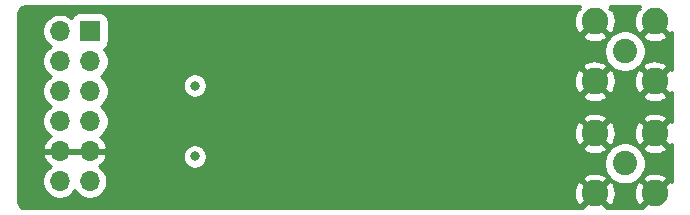
<source format=gbr>
G04 #@! TF.GenerationSoftware,KiCad,Pcbnew,5.1.10-1.fc33*
G04 #@! TF.CreationDate,2021-10-10T14:47:09-05:00*
G04 #@! TF.ProjectId,lvds_pmod,6c766473-5f70-46d6-9f64-2e6b69636164,A*
G04 #@! TF.SameCoordinates,Original*
G04 #@! TF.FileFunction,Copper,L2,Inr*
G04 #@! TF.FilePolarity,Positive*
%FSLAX46Y46*%
G04 Gerber Fmt 4.6, Leading zero omitted, Abs format (unit mm)*
G04 Created by KiCad (PCBNEW 5.1.10-1.fc33) date 2021-10-10 14:47:09*
%MOMM*%
%LPD*%
G01*
G04 APERTURE LIST*
G04 #@! TA.AperFunction,ComponentPad*
%ADD10C,2.250000*%
G04 #@! TD*
G04 #@! TA.AperFunction,ComponentPad*
%ADD11C,2.050000*%
G04 #@! TD*
G04 #@! TA.AperFunction,ComponentPad*
%ADD12O,1.700000X1.700000*%
G04 #@! TD*
G04 #@! TA.AperFunction,ComponentPad*
%ADD13R,1.700000X1.700000*%
G04 #@! TD*
G04 #@! TA.AperFunction,ViaPad*
%ADD14C,0.800000*%
G04 #@! TD*
G04 #@! TA.AperFunction,Conductor*
%ADD15C,0.254000*%
G04 #@! TD*
G04 #@! TA.AperFunction,Conductor*
%ADD16C,0.100000*%
G04 #@! TD*
G04 APERTURE END LIST*
D10*
X173960000Y-99040000D03*
X173960000Y-93960000D03*
X179040000Y-93960000D03*
X179040000Y-99040000D03*
D11*
X176500000Y-96500000D03*
D10*
X173960000Y-89540000D03*
X173960000Y-84460000D03*
X179040000Y-84460000D03*
X179040000Y-89540000D03*
D11*
X176500000Y-87000000D03*
D12*
X128660000Y-98005000D03*
X131200000Y-98005000D03*
X128660000Y-95465000D03*
X131200000Y-95465000D03*
X128660000Y-92925000D03*
X131200000Y-92925000D03*
X128660000Y-90385000D03*
X131200000Y-90385000D03*
X128660000Y-87845000D03*
X131200000Y-87845000D03*
X128660000Y-85305000D03*
D13*
X131200000Y-85305000D03*
D14*
X140087500Y-89912500D03*
X140087500Y-95912500D03*
X137250000Y-96000000D03*
X137250000Y-90000000D03*
X144750000Y-95750000D03*
X144750000Y-89750000D03*
X154000000Y-91500000D03*
X157000000Y-91500000D03*
X160000000Y-91500000D03*
X163000000Y-91500000D03*
X166000000Y-91500000D03*
X169000000Y-91500000D03*
X140000000Y-99500000D03*
X143000000Y-99500000D03*
X146000000Y-99500000D03*
D15*
X172620101Y-83299709D02*
X172735467Y-83415075D01*
X172458286Y-83525921D01*
X172304911Y-83836840D01*
X172215140Y-84171705D01*
X172192424Y-84517650D01*
X172237634Y-84861380D01*
X172349034Y-85189685D01*
X172458286Y-85394079D01*
X172735469Y-85504926D01*
X173780395Y-84460000D01*
X173766253Y-84445858D01*
X173945858Y-84266253D01*
X173960000Y-84280395D01*
X173974143Y-84266253D01*
X174153748Y-84445858D01*
X174139605Y-84460000D01*
X175184531Y-85504926D01*
X175461714Y-85394079D01*
X175615089Y-85083160D01*
X175704860Y-84748295D01*
X175727576Y-84402350D01*
X175682366Y-84058620D01*
X175570966Y-83730315D01*
X175461714Y-83525921D01*
X175184533Y-83415075D01*
X175299899Y-83299709D01*
X175210190Y-83210000D01*
X177789810Y-83210000D01*
X177700101Y-83299709D01*
X177815467Y-83415075D01*
X177538286Y-83525921D01*
X177384911Y-83836840D01*
X177295140Y-84171705D01*
X177272424Y-84517650D01*
X177317634Y-84861380D01*
X177429034Y-85189685D01*
X177538286Y-85394079D01*
X177815469Y-85504926D01*
X178860395Y-84460000D01*
X178846253Y-84445858D01*
X179025858Y-84266253D01*
X179040000Y-84280395D01*
X179054143Y-84266253D01*
X179233748Y-84445858D01*
X179219605Y-84460000D01*
X180264531Y-85504926D01*
X180535001Y-85396764D01*
X180535001Y-88603236D01*
X180264531Y-88495074D01*
X179219605Y-89540000D01*
X180264531Y-90584926D01*
X180535001Y-90476764D01*
X180535000Y-93023236D01*
X180264531Y-92915074D01*
X179219605Y-93960000D01*
X180264531Y-95004926D01*
X180535000Y-94896764D01*
X180535000Y-98103236D01*
X180264531Y-97995074D01*
X179219605Y-99040000D01*
X179233748Y-99054143D01*
X179054143Y-99233748D01*
X179040000Y-99219605D01*
X177995074Y-100264531D01*
X178011258Y-100305000D01*
X174988742Y-100305000D01*
X175004926Y-100264531D01*
X173960000Y-99219605D01*
X172915074Y-100264531D01*
X172931258Y-100305000D01*
X125762279Y-100305000D01*
X125612131Y-100290278D01*
X125498754Y-100256047D01*
X125394183Y-100200446D01*
X125302405Y-100125594D01*
X125226909Y-100034335D01*
X125170581Y-99930160D01*
X125135560Y-99817024D01*
X125120000Y-99668979D01*
X125120000Y-97858740D01*
X127175000Y-97858740D01*
X127175000Y-98151260D01*
X127232068Y-98438158D01*
X127344010Y-98708411D01*
X127506525Y-98951632D01*
X127713368Y-99158475D01*
X127956589Y-99320990D01*
X128226842Y-99432932D01*
X128513740Y-99490000D01*
X128806260Y-99490000D01*
X129093158Y-99432932D01*
X129363411Y-99320990D01*
X129606632Y-99158475D01*
X129813475Y-98951632D01*
X129930000Y-98777240D01*
X130046525Y-98951632D01*
X130253368Y-99158475D01*
X130496589Y-99320990D01*
X130766842Y-99432932D01*
X131053740Y-99490000D01*
X131346260Y-99490000D01*
X131633158Y-99432932D01*
X131903411Y-99320990D01*
X132146632Y-99158475D01*
X132207457Y-99097650D01*
X172192424Y-99097650D01*
X172237634Y-99441380D01*
X172349034Y-99769685D01*
X172458286Y-99974079D01*
X172735469Y-100084926D01*
X173780395Y-99040000D01*
X174139605Y-99040000D01*
X175184531Y-100084926D01*
X175461714Y-99974079D01*
X175615089Y-99663160D01*
X175704860Y-99328295D01*
X175720004Y-99097650D01*
X177272424Y-99097650D01*
X177317634Y-99441380D01*
X177429034Y-99769685D01*
X177538286Y-99974079D01*
X177815469Y-100084926D01*
X178860395Y-99040000D01*
X177815469Y-97995074D01*
X177538286Y-98105921D01*
X177384911Y-98416840D01*
X177295140Y-98751705D01*
X177272424Y-99097650D01*
X175720004Y-99097650D01*
X175727576Y-98982350D01*
X175682366Y-98638620D01*
X175570966Y-98310315D01*
X175461714Y-98105921D01*
X175184531Y-97995074D01*
X174139605Y-99040000D01*
X173780395Y-99040000D01*
X172735469Y-97995074D01*
X172458286Y-98105921D01*
X172304911Y-98416840D01*
X172215140Y-98751705D01*
X172192424Y-99097650D01*
X132207457Y-99097650D01*
X132353475Y-98951632D01*
X132515990Y-98708411D01*
X132627932Y-98438158D01*
X132685000Y-98151260D01*
X132685000Y-97858740D01*
X132676393Y-97815469D01*
X172915074Y-97815469D01*
X173960000Y-98860395D01*
X175004926Y-97815469D01*
X174894079Y-97538286D01*
X174583160Y-97384911D01*
X174248295Y-97295140D01*
X173902350Y-97272424D01*
X173558620Y-97317634D01*
X173230315Y-97429034D01*
X173025921Y-97538286D01*
X172915074Y-97815469D01*
X132676393Y-97815469D01*
X132627932Y-97571842D01*
X132515990Y-97301589D01*
X132353475Y-97058368D01*
X132146632Y-96851525D01*
X131964466Y-96729805D01*
X132081355Y-96660178D01*
X132297588Y-96465269D01*
X132471641Y-96231920D01*
X132596825Y-95969099D01*
X132641476Y-95821890D01*
X132635498Y-95810561D01*
X139052500Y-95810561D01*
X139052500Y-96014439D01*
X139092274Y-96214398D01*
X139170295Y-96402756D01*
X139283563Y-96572274D01*
X139427726Y-96716437D01*
X139597244Y-96829705D01*
X139785602Y-96907726D01*
X139985561Y-96947500D01*
X140189439Y-96947500D01*
X140389398Y-96907726D01*
X140577756Y-96829705D01*
X140747274Y-96716437D01*
X140891437Y-96572274D01*
X141004705Y-96402756D01*
X141036716Y-96325473D01*
X174728000Y-96325473D01*
X174728000Y-96674527D01*
X174796097Y-97016873D01*
X174929674Y-97339357D01*
X175123598Y-97629584D01*
X175370416Y-97876402D01*
X175660643Y-98070326D01*
X175983127Y-98203903D01*
X176325473Y-98272000D01*
X176674527Y-98272000D01*
X177016873Y-98203903D01*
X177339357Y-98070326D01*
X177629584Y-97876402D01*
X177690517Y-97815469D01*
X177995074Y-97815469D01*
X179040000Y-98860395D01*
X180084926Y-97815469D01*
X179974079Y-97538286D01*
X179663160Y-97384911D01*
X179328295Y-97295140D01*
X178982350Y-97272424D01*
X178638620Y-97317634D01*
X178310315Y-97429034D01*
X178105921Y-97538286D01*
X177995074Y-97815469D01*
X177690517Y-97815469D01*
X177876402Y-97629584D01*
X178070326Y-97339357D01*
X178203903Y-97016873D01*
X178272000Y-96674527D01*
X178272000Y-96325473D01*
X178203903Y-95983127D01*
X178070326Y-95660643D01*
X177876402Y-95370416D01*
X177690517Y-95184531D01*
X177995074Y-95184531D01*
X178105921Y-95461714D01*
X178416840Y-95615089D01*
X178751705Y-95704860D01*
X179097650Y-95727576D01*
X179441380Y-95682366D01*
X179769685Y-95570966D01*
X179974079Y-95461714D01*
X180084926Y-95184531D01*
X179040000Y-94139605D01*
X177995074Y-95184531D01*
X177690517Y-95184531D01*
X177629584Y-95123598D01*
X177339357Y-94929674D01*
X177016873Y-94796097D01*
X176674527Y-94728000D01*
X176325473Y-94728000D01*
X175983127Y-94796097D01*
X175660643Y-94929674D01*
X175370416Y-95123598D01*
X175123598Y-95370416D01*
X174929674Y-95660643D01*
X174796097Y-95983127D01*
X174728000Y-96325473D01*
X141036716Y-96325473D01*
X141082726Y-96214398D01*
X141122500Y-96014439D01*
X141122500Y-95810561D01*
X141082726Y-95610602D01*
X141004705Y-95422244D01*
X140891437Y-95252726D01*
X140823242Y-95184531D01*
X172915074Y-95184531D01*
X173025921Y-95461714D01*
X173336840Y-95615089D01*
X173671705Y-95704860D01*
X174017650Y-95727576D01*
X174361380Y-95682366D01*
X174689685Y-95570966D01*
X174894079Y-95461714D01*
X175004926Y-95184531D01*
X173960000Y-94139605D01*
X172915074Y-95184531D01*
X140823242Y-95184531D01*
X140747274Y-95108563D01*
X140577756Y-94995295D01*
X140389398Y-94917274D01*
X140189439Y-94877500D01*
X139985561Y-94877500D01*
X139785602Y-94917274D01*
X139597244Y-94995295D01*
X139427726Y-95108563D01*
X139283563Y-95252726D01*
X139170295Y-95422244D01*
X139092274Y-95610602D01*
X139052500Y-95810561D01*
X132635498Y-95810561D01*
X132520155Y-95592000D01*
X131327000Y-95592000D01*
X131327000Y-95612000D01*
X131073000Y-95612000D01*
X131073000Y-95592000D01*
X128787000Y-95592000D01*
X128787000Y-95612000D01*
X128533000Y-95612000D01*
X128533000Y-95592000D01*
X127339845Y-95592000D01*
X127218524Y-95821890D01*
X127263175Y-95969099D01*
X127388359Y-96231920D01*
X127562412Y-96465269D01*
X127778645Y-96660178D01*
X127895534Y-96729805D01*
X127713368Y-96851525D01*
X127506525Y-97058368D01*
X127344010Y-97301589D01*
X127232068Y-97571842D01*
X127175000Y-97858740D01*
X125120000Y-97858740D01*
X125120000Y-85158740D01*
X127175000Y-85158740D01*
X127175000Y-85451260D01*
X127232068Y-85738158D01*
X127344010Y-86008411D01*
X127506525Y-86251632D01*
X127713368Y-86458475D01*
X127887760Y-86575000D01*
X127713368Y-86691525D01*
X127506525Y-86898368D01*
X127344010Y-87141589D01*
X127232068Y-87411842D01*
X127175000Y-87698740D01*
X127175000Y-87991260D01*
X127232068Y-88278158D01*
X127344010Y-88548411D01*
X127506525Y-88791632D01*
X127713368Y-88998475D01*
X127887760Y-89115000D01*
X127713368Y-89231525D01*
X127506525Y-89438368D01*
X127344010Y-89681589D01*
X127232068Y-89951842D01*
X127175000Y-90238740D01*
X127175000Y-90531260D01*
X127232068Y-90818158D01*
X127344010Y-91088411D01*
X127506525Y-91331632D01*
X127713368Y-91538475D01*
X127887760Y-91655000D01*
X127713368Y-91771525D01*
X127506525Y-91978368D01*
X127344010Y-92221589D01*
X127232068Y-92491842D01*
X127175000Y-92778740D01*
X127175000Y-93071260D01*
X127232068Y-93358158D01*
X127344010Y-93628411D01*
X127506525Y-93871632D01*
X127713368Y-94078475D01*
X127895534Y-94200195D01*
X127778645Y-94269822D01*
X127562412Y-94464731D01*
X127388359Y-94698080D01*
X127263175Y-94960901D01*
X127218524Y-95108110D01*
X127339845Y-95338000D01*
X128533000Y-95338000D01*
X128533000Y-95318000D01*
X128787000Y-95318000D01*
X128787000Y-95338000D01*
X131073000Y-95338000D01*
X131073000Y-95318000D01*
X131327000Y-95318000D01*
X131327000Y-95338000D01*
X132520155Y-95338000D01*
X132641476Y-95108110D01*
X132596825Y-94960901D01*
X132471641Y-94698080D01*
X132297588Y-94464731D01*
X132081355Y-94269822D01*
X132071046Y-94263681D01*
X132218028Y-94165471D01*
X132365849Y-94017650D01*
X172192424Y-94017650D01*
X172237634Y-94361380D01*
X172349034Y-94689685D01*
X172458286Y-94894079D01*
X172735469Y-95004926D01*
X173780395Y-93960000D01*
X174139605Y-93960000D01*
X175184531Y-95004926D01*
X175461714Y-94894079D01*
X175615089Y-94583160D01*
X175704860Y-94248295D01*
X175720004Y-94017650D01*
X177272424Y-94017650D01*
X177317634Y-94361380D01*
X177429034Y-94689685D01*
X177538286Y-94894079D01*
X177815469Y-95004926D01*
X178860395Y-93960000D01*
X177815469Y-92915074D01*
X177538286Y-93025921D01*
X177384911Y-93336840D01*
X177295140Y-93671705D01*
X177272424Y-94017650D01*
X175720004Y-94017650D01*
X175727576Y-93902350D01*
X175682366Y-93558620D01*
X175570966Y-93230315D01*
X175461714Y-93025921D01*
X175184531Y-92915074D01*
X174139605Y-93960000D01*
X173780395Y-93960000D01*
X172735469Y-92915074D01*
X172458286Y-93025921D01*
X172304911Y-93336840D01*
X172215140Y-93671705D01*
X172192424Y-94017650D01*
X132365849Y-94017650D01*
X132440471Y-93943028D01*
X132615243Y-93681463D01*
X132735628Y-93390828D01*
X132797000Y-93082291D01*
X132797000Y-92767709D01*
X132790588Y-92735469D01*
X172915074Y-92735469D01*
X173960000Y-93780395D01*
X175004926Y-92735469D01*
X177995074Y-92735469D01*
X179040000Y-93780395D01*
X180084926Y-92735469D01*
X179974079Y-92458286D01*
X179663160Y-92304911D01*
X179328295Y-92215140D01*
X178982350Y-92192424D01*
X178638620Y-92237634D01*
X178310315Y-92349034D01*
X178105921Y-92458286D01*
X177995074Y-92735469D01*
X175004926Y-92735469D01*
X174894079Y-92458286D01*
X174583160Y-92304911D01*
X174248295Y-92215140D01*
X173902350Y-92192424D01*
X173558620Y-92237634D01*
X173230315Y-92349034D01*
X173025921Y-92458286D01*
X172915074Y-92735469D01*
X132790588Y-92735469D01*
X132735628Y-92459172D01*
X132615243Y-92168537D01*
X132440471Y-91906972D01*
X132218028Y-91684529D01*
X132173835Y-91655000D01*
X132218028Y-91625471D01*
X132440471Y-91403028D01*
X132615243Y-91141463D01*
X132735628Y-90850828D01*
X132797000Y-90542291D01*
X132797000Y-90227709D01*
X132735628Y-89919172D01*
X132690640Y-89810561D01*
X139052500Y-89810561D01*
X139052500Y-90014439D01*
X139092274Y-90214398D01*
X139170295Y-90402756D01*
X139283563Y-90572274D01*
X139427726Y-90716437D01*
X139597244Y-90829705D01*
X139785602Y-90907726D01*
X139985561Y-90947500D01*
X140189439Y-90947500D01*
X140389398Y-90907726D01*
X140577756Y-90829705D01*
X140675296Y-90764531D01*
X172915074Y-90764531D01*
X173025921Y-91041714D01*
X173336840Y-91195089D01*
X173671705Y-91284860D01*
X174017650Y-91307576D01*
X174361380Y-91262366D01*
X174689685Y-91150966D01*
X174894079Y-91041714D01*
X175004926Y-90764531D01*
X177995074Y-90764531D01*
X178105921Y-91041714D01*
X178416840Y-91195089D01*
X178751705Y-91284860D01*
X179097650Y-91307576D01*
X179441380Y-91262366D01*
X179769685Y-91150966D01*
X179974079Y-91041714D01*
X180084926Y-90764531D01*
X179040000Y-89719605D01*
X177995074Y-90764531D01*
X175004926Y-90764531D01*
X173960000Y-89719605D01*
X172915074Y-90764531D01*
X140675296Y-90764531D01*
X140747274Y-90716437D01*
X140891437Y-90572274D01*
X141004705Y-90402756D01*
X141082726Y-90214398D01*
X141122500Y-90014439D01*
X141122500Y-89810561D01*
X141082726Y-89610602D01*
X141077362Y-89597650D01*
X172192424Y-89597650D01*
X172237634Y-89941380D01*
X172349034Y-90269685D01*
X172458286Y-90474079D01*
X172735469Y-90584926D01*
X173780395Y-89540000D01*
X174139605Y-89540000D01*
X175184531Y-90584926D01*
X175461714Y-90474079D01*
X175615089Y-90163160D01*
X175704860Y-89828295D01*
X175720004Y-89597650D01*
X177272424Y-89597650D01*
X177317634Y-89941380D01*
X177429034Y-90269685D01*
X177538286Y-90474079D01*
X177815469Y-90584926D01*
X178860395Y-89540000D01*
X177815469Y-88495074D01*
X177538286Y-88605921D01*
X177384911Y-88916840D01*
X177295140Y-89251705D01*
X177272424Y-89597650D01*
X175720004Y-89597650D01*
X175727576Y-89482350D01*
X175682366Y-89138620D01*
X175570966Y-88810315D01*
X175461714Y-88605921D01*
X175184531Y-88495074D01*
X174139605Y-89540000D01*
X173780395Y-89540000D01*
X172735469Y-88495074D01*
X172458286Y-88605921D01*
X172304911Y-88916840D01*
X172215140Y-89251705D01*
X172192424Y-89597650D01*
X141077362Y-89597650D01*
X141004705Y-89422244D01*
X140891437Y-89252726D01*
X140747274Y-89108563D01*
X140577756Y-88995295D01*
X140389398Y-88917274D01*
X140189439Y-88877500D01*
X139985561Y-88877500D01*
X139785602Y-88917274D01*
X139597244Y-88995295D01*
X139427726Y-89108563D01*
X139283563Y-89252726D01*
X139170295Y-89422244D01*
X139092274Y-89610602D01*
X139052500Y-89810561D01*
X132690640Y-89810561D01*
X132615243Y-89628537D01*
X132440471Y-89366972D01*
X132218028Y-89144529D01*
X132173835Y-89115000D01*
X132218028Y-89085471D01*
X132440471Y-88863028D01*
X132615243Y-88601463D01*
X132733705Y-88315469D01*
X172915074Y-88315469D01*
X173960000Y-89360395D01*
X175004926Y-88315469D01*
X174894079Y-88038286D01*
X174583160Y-87884911D01*
X174248295Y-87795140D01*
X173902350Y-87772424D01*
X173558620Y-87817634D01*
X173230315Y-87929034D01*
X173025921Y-88038286D01*
X172915074Y-88315469D01*
X132733705Y-88315469D01*
X132735628Y-88310828D01*
X132797000Y-88002291D01*
X132797000Y-87687709D01*
X132735628Y-87379172D01*
X132615243Y-87088537D01*
X132440471Y-86826972D01*
X132438972Y-86825473D01*
X174728000Y-86825473D01*
X174728000Y-87174527D01*
X174796097Y-87516873D01*
X174929674Y-87839357D01*
X175123598Y-88129584D01*
X175370416Y-88376402D01*
X175660643Y-88570326D01*
X175983127Y-88703903D01*
X176325473Y-88772000D01*
X176674527Y-88772000D01*
X177016873Y-88703903D01*
X177339357Y-88570326D01*
X177629584Y-88376402D01*
X177690517Y-88315469D01*
X177995074Y-88315469D01*
X179040000Y-89360395D01*
X180084926Y-88315469D01*
X179974079Y-88038286D01*
X179663160Y-87884911D01*
X179328295Y-87795140D01*
X178982350Y-87772424D01*
X178638620Y-87817634D01*
X178310315Y-87929034D01*
X178105921Y-88038286D01*
X177995074Y-88315469D01*
X177690517Y-88315469D01*
X177876402Y-88129584D01*
X178070326Y-87839357D01*
X178203903Y-87516873D01*
X178272000Y-87174527D01*
X178272000Y-86825473D01*
X178203903Y-86483127D01*
X178070326Y-86160643D01*
X177876402Y-85870416D01*
X177690517Y-85684531D01*
X177995074Y-85684531D01*
X178105921Y-85961714D01*
X178416840Y-86115089D01*
X178751705Y-86204860D01*
X179097650Y-86227576D01*
X179441380Y-86182366D01*
X179769685Y-86070966D01*
X179974079Y-85961714D01*
X180084926Y-85684531D01*
X179040000Y-84639605D01*
X177995074Y-85684531D01*
X177690517Y-85684531D01*
X177629584Y-85623598D01*
X177339357Y-85429674D01*
X177016873Y-85296097D01*
X176674527Y-85228000D01*
X176325473Y-85228000D01*
X175983127Y-85296097D01*
X175660643Y-85429674D01*
X175370416Y-85623598D01*
X175123598Y-85870416D01*
X174929674Y-86160643D01*
X174796097Y-86483127D01*
X174728000Y-86825473D01*
X132438972Y-86825473D01*
X132418530Y-86805031D01*
X132467019Y-86779113D01*
X132580764Y-86685764D01*
X132674113Y-86572019D01*
X132743477Y-86442248D01*
X132786191Y-86301438D01*
X132800614Y-86155000D01*
X132800614Y-85684531D01*
X172915074Y-85684531D01*
X173025921Y-85961714D01*
X173336840Y-86115089D01*
X173671705Y-86204860D01*
X174017650Y-86227576D01*
X174361380Y-86182366D01*
X174689685Y-86070966D01*
X174894079Y-85961714D01*
X175004926Y-85684531D01*
X173960000Y-84639605D01*
X172915074Y-85684531D01*
X132800614Y-85684531D01*
X132800614Y-84455000D01*
X132786191Y-84308562D01*
X132743477Y-84167752D01*
X132674113Y-84037981D01*
X132580764Y-83924236D01*
X132467019Y-83830887D01*
X132337248Y-83761523D01*
X132196438Y-83718809D01*
X132050000Y-83704386D01*
X130350000Y-83704386D01*
X130203562Y-83718809D01*
X130062752Y-83761523D01*
X129932981Y-83830887D01*
X129819236Y-83924236D01*
X129725887Y-84037981D01*
X129656523Y-84167752D01*
X129648688Y-84193581D01*
X129606632Y-84151525D01*
X129363411Y-83989010D01*
X129093158Y-83877068D01*
X128806260Y-83820000D01*
X128513740Y-83820000D01*
X128226842Y-83877068D01*
X127956589Y-83989010D01*
X127713368Y-84151525D01*
X127506525Y-84358368D01*
X127344010Y-84601589D01*
X127232068Y-84871842D01*
X127175000Y-85158740D01*
X125120000Y-85158740D01*
X125120000Y-83852279D01*
X125134722Y-83702131D01*
X125168953Y-83588754D01*
X125224555Y-83484181D01*
X125299407Y-83392404D01*
X125390664Y-83316909D01*
X125494844Y-83260581D01*
X125607976Y-83225560D01*
X125756022Y-83210000D01*
X172709810Y-83210000D01*
X172620101Y-83299709D01*
G04 #@! TA.AperFunction,Conductor*
D16*
G36*
X172620101Y-83299709D02*
G01*
X172735467Y-83415075D01*
X172458286Y-83525921D01*
X172304911Y-83836840D01*
X172215140Y-84171705D01*
X172192424Y-84517650D01*
X172237634Y-84861380D01*
X172349034Y-85189685D01*
X172458286Y-85394079D01*
X172735469Y-85504926D01*
X173780395Y-84460000D01*
X173766253Y-84445858D01*
X173945858Y-84266253D01*
X173960000Y-84280395D01*
X173974143Y-84266253D01*
X174153748Y-84445858D01*
X174139605Y-84460000D01*
X175184531Y-85504926D01*
X175461714Y-85394079D01*
X175615089Y-85083160D01*
X175704860Y-84748295D01*
X175727576Y-84402350D01*
X175682366Y-84058620D01*
X175570966Y-83730315D01*
X175461714Y-83525921D01*
X175184533Y-83415075D01*
X175299899Y-83299709D01*
X175210190Y-83210000D01*
X177789810Y-83210000D01*
X177700101Y-83299709D01*
X177815467Y-83415075D01*
X177538286Y-83525921D01*
X177384911Y-83836840D01*
X177295140Y-84171705D01*
X177272424Y-84517650D01*
X177317634Y-84861380D01*
X177429034Y-85189685D01*
X177538286Y-85394079D01*
X177815469Y-85504926D01*
X178860395Y-84460000D01*
X178846253Y-84445858D01*
X179025858Y-84266253D01*
X179040000Y-84280395D01*
X179054143Y-84266253D01*
X179233748Y-84445858D01*
X179219605Y-84460000D01*
X180264531Y-85504926D01*
X180535001Y-85396764D01*
X180535001Y-88603236D01*
X180264531Y-88495074D01*
X179219605Y-89540000D01*
X180264531Y-90584926D01*
X180535001Y-90476764D01*
X180535000Y-93023236D01*
X180264531Y-92915074D01*
X179219605Y-93960000D01*
X180264531Y-95004926D01*
X180535000Y-94896764D01*
X180535000Y-98103236D01*
X180264531Y-97995074D01*
X179219605Y-99040000D01*
X179233748Y-99054143D01*
X179054143Y-99233748D01*
X179040000Y-99219605D01*
X177995074Y-100264531D01*
X178011258Y-100305000D01*
X174988742Y-100305000D01*
X175004926Y-100264531D01*
X173960000Y-99219605D01*
X172915074Y-100264531D01*
X172931258Y-100305000D01*
X125762279Y-100305000D01*
X125612131Y-100290278D01*
X125498754Y-100256047D01*
X125394183Y-100200446D01*
X125302405Y-100125594D01*
X125226909Y-100034335D01*
X125170581Y-99930160D01*
X125135560Y-99817024D01*
X125120000Y-99668979D01*
X125120000Y-97858740D01*
X127175000Y-97858740D01*
X127175000Y-98151260D01*
X127232068Y-98438158D01*
X127344010Y-98708411D01*
X127506525Y-98951632D01*
X127713368Y-99158475D01*
X127956589Y-99320990D01*
X128226842Y-99432932D01*
X128513740Y-99490000D01*
X128806260Y-99490000D01*
X129093158Y-99432932D01*
X129363411Y-99320990D01*
X129606632Y-99158475D01*
X129813475Y-98951632D01*
X129930000Y-98777240D01*
X130046525Y-98951632D01*
X130253368Y-99158475D01*
X130496589Y-99320990D01*
X130766842Y-99432932D01*
X131053740Y-99490000D01*
X131346260Y-99490000D01*
X131633158Y-99432932D01*
X131903411Y-99320990D01*
X132146632Y-99158475D01*
X132207457Y-99097650D01*
X172192424Y-99097650D01*
X172237634Y-99441380D01*
X172349034Y-99769685D01*
X172458286Y-99974079D01*
X172735469Y-100084926D01*
X173780395Y-99040000D01*
X174139605Y-99040000D01*
X175184531Y-100084926D01*
X175461714Y-99974079D01*
X175615089Y-99663160D01*
X175704860Y-99328295D01*
X175720004Y-99097650D01*
X177272424Y-99097650D01*
X177317634Y-99441380D01*
X177429034Y-99769685D01*
X177538286Y-99974079D01*
X177815469Y-100084926D01*
X178860395Y-99040000D01*
X177815469Y-97995074D01*
X177538286Y-98105921D01*
X177384911Y-98416840D01*
X177295140Y-98751705D01*
X177272424Y-99097650D01*
X175720004Y-99097650D01*
X175727576Y-98982350D01*
X175682366Y-98638620D01*
X175570966Y-98310315D01*
X175461714Y-98105921D01*
X175184531Y-97995074D01*
X174139605Y-99040000D01*
X173780395Y-99040000D01*
X172735469Y-97995074D01*
X172458286Y-98105921D01*
X172304911Y-98416840D01*
X172215140Y-98751705D01*
X172192424Y-99097650D01*
X132207457Y-99097650D01*
X132353475Y-98951632D01*
X132515990Y-98708411D01*
X132627932Y-98438158D01*
X132685000Y-98151260D01*
X132685000Y-97858740D01*
X132676393Y-97815469D01*
X172915074Y-97815469D01*
X173960000Y-98860395D01*
X175004926Y-97815469D01*
X174894079Y-97538286D01*
X174583160Y-97384911D01*
X174248295Y-97295140D01*
X173902350Y-97272424D01*
X173558620Y-97317634D01*
X173230315Y-97429034D01*
X173025921Y-97538286D01*
X172915074Y-97815469D01*
X132676393Y-97815469D01*
X132627932Y-97571842D01*
X132515990Y-97301589D01*
X132353475Y-97058368D01*
X132146632Y-96851525D01*
X131964466Y-96729805D01*
X132081355Y-96660178D01*
X132297588Y-96465269D01*
X132471641Y-96231920D01*
X132596825Y-95969099D01*
X132641476Y-95821890D01*
X132635498Y-95810561D01*
X139052500Y-95810561D01*
X139052500Y-96014439D01*
X139092274Y-96214398D01*
X139170295Y-96402756D01*
X139283563Y-96572274D01*
X139427726Y-96716437D01*
X139597244Y-96829705D01*
X139785602Y-96907726D01*
X139985561Y-96947500D01*
X140189439Y-96947500D01*
X140389398Y-96907726D01*
X140577756Y-96829705D01*
X140747274Y-96716437D01*
X140891437Y-96572274D01*
X141004705Y-96402756D01*
X141036716Y-96325473D01*
X174728000Y-96325473D01*
X174728000Y-96674527D01*
X174796097Y-97016873D01*
X174929674Y-97339357D01*
X175123598Y-97629584D01*
X175370416Y-97876402D01*
X175660643Y-98070326D01*
X175983127Y-98203903D01*
X176325473Y-98272000D01*
X176674527Y-98272000D01*
X177016873Y-98203903D01*
X177339357Y-98070326D01*
X177629584Y-97876402D01*
X177690517Y-97815469D01*
X177995074Y-97815469D01*
X179040000Y-98860395D01*
X180084926Y-97815469D01*
X179974079Y-97538286D01*
X179663160Y-97384911D01*
X179328295Y-97295140D01*
X178982350Y-97272424D01*
X178638620Y-97317634D01*
X178310315Y-97429034D01*
X178105921Y-97538286D01*
X177995074Y-97815469D01*
X177690517Y-97815469D01*
X177876402Y-97629584D01*
X178070326Y-97339357D01*
X178203903Y-97016873D01*
X178272000Y-96674527D01*
X178272000Y-96325473D01*
X178203903Y-95983127D01*
X178070326Y-95660643D01*
X177876402Y-95370416D01*
X177690517Y-95184531D01*
X177995074Y-95184531D01*
X178105921Y-95461714D01*
X178416840Y-95615089D01*
X178751705Y-95704860D01*
X179097650Y-95727576D01*
X179441380Y-95682366D01*
X179769685Y-95570966D01*
X179974079Y-95461714D01*
X180084926Y-95184531D01*
X179040000Y-94139605D01*
X177995074Y-95184531D01*
X177690517Y-95184531D01*
X177629584Y-95123598D01*
X177339357Y-94929674D01*
X177016873Y-94796097D01*
X176674527Y-94728000D01*
X176325473Y-94728000D01*
X175983127Y-94796097D01*
X175660643Y-94929674D01*
X175370416Y-95123598D01*
X175123598Y-95370416D01*
X174929674Y-95660643D01*
X174796097Y-95983127D01*
X174728000Y-96325473D01*
X141036716Y-96325473D01*
X141082726Y-96214398D01*
X141122500Y-96014439D01*
X141122500Y-95810561D01*
X141082726Y-95610602D01*
X141004705Y-95422244D01*
X140891437Y-95252726D01*
X140823242Y-95184531D01*
X172915074Y-95184531D01*
X173025921Y-95461714D01*
X173336840Y-95615089D01*
X173671705Y-95704860D01*
X174017650Y-95727576D01*
X174361380Y-95682366D01*
X174689685Y-95570966D01*
X174894079Y-95461714D01*
X175004926Y-95184531D01*
X173960000Y-94139605D01*
X172915074Y-95184531D01*
X140823242Y-95184531D01*
X140747274Y-95108563D01*
X140577756Y-94995295D01*
X140389398Y-94917274D01*
X140189439Y-94877500D01*
X139985561Y-94877500D01*
X139785602Y-94917274D01*
X139597244Y-94995295D01*
X139427726Y-95108563D01*
X139283563Y-95252726D01*
X139170295Y-95422244D01*
X139092274Y-95610602D01*
X139052500Y-95810561D01*
X132635498Y-95810561D01*
X132520155Y-95592000D01*
X131327000Y-95592000D01*
X131327000Y-95612000D01*
X131073000Y-95612000D01*
X131073000Y-95592000D01*
X128787000Y-95592000D01*
X128787000Y-95612000D01*
X128533000Y-95612000D01*
X128533000Y-95592000D01*
X127339845Y-95592000D01*
X127218524Y-95821890D01*
X127263175Y-95969099D01*
X127388359Y-96231920D01*
X127562412Y-96465269D01*
X127778645Y-96660178D01*
X127895534Y-96729805D01*
X127713368Y-96851525D01*
X127506525Y-97058368D01*
X127344010Y-97301589D01*
X127232068Y-97571842D01*
X127175000Y-97858740D01*
X125120000Y-97858740D01*
X125120000Y-85158740D01*
X127175000Y-85158740D01*
X127175000Y-85451260D01*
X127232068Y-85738158D01*
X127344010Y-86008411D01*
X127506525Y-86251632D01*
X127713368Y-86458475D01*
X127887760Y-86575000D01*
X127713368Y-86691525D01*
X127506525Y-86898368D01*
X127344010Y-87141589D01*
X127232068Y-87411842D01*
X127175000Y-87698740D01*
X127175000Y-87991260D01*
X127232068Y-88278158D01*
X127344010Y-88548411D01*
X127506525Y-88791632D01*
X127713368Y-88998475D01*
X127887760Y-89115000D01*
X127713368Y-89231525D01*
X127506525Y-89438368D01*
X127344010Y-89681589D01*
X127232068Y-89951842D01*
X127175000Y-90238740D01*
X127175000Y-90531260D01*
X127232068Y-90818158D01*
X127344010Y-91088411D01*
X127506525Y-91331632D01*
X127713368Y-91538475D01*
X127887760Y-91655000D01*
X127713368Y-91771525D01*
X127506525Y-91978368D01*
X127344010Y-92221589D01*
X127232068Y-92491842D01*
X127175000Y-92778740D01*
X127175000Y-93071260D01*
X127232068Y-93358158D01*
X127344010Y-93628411D01*
X127506525Y-93871632D01*
X127713368Y-94078475D01*
X127895534Y-94200195D01*
X127778645Y-94269822D01*
X127562412Y-94464731D01*
X127388359Y-94698080D01*
X127263175Y-94960901D01*
X127218524Y-95108110D01*
X127339845Y-95338000D01*
X128533000Y-95338000D01*
X128533000Y-95318000D01*
X128787000Y-95318000D01*
X128787000Y-95338000D01*
X131073000Y-95338000D01*
X131073000Y-95318000D01*
X131327000Y-95318000D01*
X131327000Y-95338000D01*
X132520155Y-95338000D01*
X132641476Y-95108110D01*
X132596825Y-94960901D01*
X132471641Y-94698080D01*
X132297588Y-94464731D01*
X132081355Y-94269822D01*
X132071046Y-94263681D01*
X132218028Y-94165471D01*
X132365849Y-94017650D01*
X172192424Y-94017650D01*
X172237634Y-94361380D01*
X172349034Y-94689685D01*
X172458286Y-94894079D01*
X172735469Y-95004926D01*
X173780395Y-93960000D01*
X174139605Y-93960000D01*
X175184531Y-95004926D01*
X175461714Y-94894079D01*
X175615089Y-94583160D01*
X175704860Y-94248295D01*
X175720004Y-94017650D01*
X177272424Y-94017650D01*
X177317634Y-94361380D01*
X177429034Y-94689685D01*
X177538286Y-94894079D01*
X177815469Y-95004926D01*
X178860395Y-93960000D01*
X177815469Y-92915074D01*
X177538286Y-93025921D01*
X177384911Y-93336840D01*
X177295140Y-93671705D01*
X177272424Y-94017650D01*
X175720004Y-94017650D01*
X175727576Y-93902350D01*
X175682366Y-93558620D01*
X175570966Y-93230315D01*
X175461714Y-93025921D01*
X175184531Y-92915074D01*
X174139605Y-93960000D01*
X173780395Y-93960000D01*
X172735469Y-92915074D01*
X172458286Y-93025921D01*
X172304911Y-93336840D01*
X172215140Y-93671705D01*
X172192424Y-94017650D01*
X132365849Y-94017650D01*
X132440471Y-93943028D01*
X132615243Y-93681463D01*
X132735628Y-93390828D01*
X132797000Y-93082291D01*
X132797000Y-92767709D01*
X132790588Y-92735469D01*
X172915074Y-92735469D01*
X173960000Y-93780395D01*
X175004926Y-92735469D01*
X177995074Y-92735469D01*
X179040000Y-93780395D01*
X180084926Y-92735469D01*
X179974079Y-92458286D01*
X179663160Y-92304911D01*
X179328295Y-92215140D01*
X178982350Y-92192424D01*
X178638620Y-92237634D01*
X178310315Y-92349034D01*
X178105921Y-92458286D01*
X177995074Y-92735469D01*
X175004926Y-92735469D01*
X174894079Y-92458286D01*
X174583160Y-92304911D01*
X174248295Y-92215140D01*
X173902350Y-92192424D01*
X173558620Y-92237634D01*
X173230315Y-92349034D01*
X173025921Y-92458286D01*
X172915074Y-92735469D01*
X132790588Y-92735469D01*
X132735628Y-92459172D01*
X132615243Y-92168537D01*
X132440471Y-91906972D01*
X132218028Y-91684529D01*
X132173835Y-91655000D01*
X132218028Y-91625471D01*
X132440471Y-91403028D01*
X132615243Y-91141463D01*
X132735628Y-90850828D01*
X132797000Y-90542291D01*
X132797000Y-90227709D01*
X132735628Y-89919172D01*
X132690640Y-89810561D01*
X139052500Y-89810561D01*
X139052500Y-90014439D01*
X139092274Y-90214398D01*
X139170295Y-90402756D01*
X139283563Y-90572274D01*
X139427726Y-90716437D01*
X139597244Y-90829705D01*
X139785602Y-90907726D01*
X139985561Y-90947500D01*
X140189439Y-90947500D01*
X140389398Y-90907726D01*
X140577756Y-90829705D01*
X140675296Y-90764531D01*
X172915074Y-90764531D01*
X173025921Y-91041714D01*
X173336840Y-91195089D01*
X173671705Y-91284860D01*
X174017650Y-91307576D01*
X174361380Y-91262366D01*
X174689685Y-91150966D01*
X174894079Y-91041714D01*
X175004926Y-90764531D01*
X177995074Y-90764531D01*
X178105921Y-91041714D01*
X178416840Y-91195089D01*
X178751705Y-91284860D01*
X179097650Y-91307576D01*
X179441380Y-91262366D01*
X179769685Y-91150966D01*
X179974079Y-91041714D01*
X180084926Y-90764531D01*
X179040000Y-89719605D01*
X177995074Y-90764531D01*
X175004926Y-90764531D01*
X173960000Y-89719605D01*
X172915074Y-90764531D01*
X140675296Y-90764531D01*
X140747274Y-90716437D01*
X140891437Y-90572274D01*
X141004705Y-90402756D01*
X141082726Y-90214398D01*
X141122500Y-90014439D01*
X141122500Y-89810561D01*
X141082726Y-89610602D01*
X141077362Y-89597650D01*
X172192424Y-89597650D01*
X172237634Y-89941380D01*
X172349034Y-90269685D01*
X172458286Y-90474079D01*
X172735469Y-90584926D01*
X173780395Y-89540000D01*
X174139605Y-89540000D01*
X175184531Y-90584926D01*
X175461714Y-90474079D01*
X175615089Y-90163160D01*
X175704860Y-89828295D01*
X175720004Y-89597650D01*
X177272424Y-89597650D01*
X177317634Y-89941380D01*
X177429034Y-90269685D01*
X177538286Y-90474079D01*
X177815469Y-90584926D01*
X178860395Y-89540000D01*
X177815469Y-88495074D01*
X177538286Y-88605921D01*
X177384911Y-88916840D01*
X177295140Y-89251705D01*
X177272424Y-89597650D01*
X175720004Y-89597650D01*
X175727576Y-89482350D01*
X175682366Y-89138620D01*
X175570966Y-88810315D01*
X175461714Y-88605921D01*
X175184531Y-88495074D01*
X174139605Y-89540000D01*
X173780395Y-89540000D01*
X172735469Y-88495074D01*
X172458286Y-88605921D01*
X172304911Y-88916840D01*
X172215140Y-89251705D01*
X172192424Y-89597650D01*
X141077362Y-89597650D01*
X141004705Y-89422244D01*
X140891437Y-89252726D01*
X140747274Y-89108563D01*
X140577756Y-88995295D01*
X140389398Y-88917274D01*
X140189439Y-88877500D01*
X139985561Y-88877500D01*
X139785602Y-88917274D01*
X139597244Y-88995295D01*
X139427726Y-89108563D01*
X139283563Y-89252726D01*
X139170295Y-89422244D01*
X139092274Y-89610602D01*
X139052500Y-89810561D01*
X132690640Y-89810561D01*
X132615243Y-89628537D01*
X132440471Y-89366972D01*
X132218028Y-89144529D01*
X132173835Y-89115000D01*
X132218028Y-89085471D01*
X132440471Y-88863028D01*
X132615243Y-88601463D01*
X132733705Y-88315469D01*
X172915074Y-88315469D01*
X173960000Y-89360395D01*
X175004926Y-88315469D01*
X174894079Y-88038286D01*
X174583160Y-87884911D01*
X174248295Y-87795140D01*
X173902350Y-87772424D01*
X173558620Y-87817634D01*
X173230315Y-87929034D01*
X173025921Y-88038286D01*
X172915074Y-88315469D01*
X132733705Y-88315469D01*
X132735628Y-88310828D01*
X132797000Y-88002291D01*
X132797000Y-87687709D01*
X132735628Y-87379172D01*
X132615243Y-87088537D01*
X132440471Y-86826972D01*
X132438972Y-86825473D01*
X174728000Y-86825473D01*
X174728000Y-87174527D01*
X174796097Y-87516873D01*
X174929674Y-87839357D01*
X175123598Y-88129584D01*
X175370416Y-88376402D01*
X175660643Y-88570326D01*
X175983127Y-88703903D01*
X176325473Y-88772000D01*
X176674527Y-88772000D01*
X177016873Y-88703903D01*
X177339357Y-88570326D01*
X177629584Y-88376402D01*
X177690517Y-88315469D01*
X177995074Y-88315469D01*
X179040000Y-89360395D01*
X180084926Y-88315469D01*
X179974079Y-88038286D01*
X179663160Y-87884911D01*
X179328295Y-87795140D01*
X178982350Y-87772424D01*
X178638620Y-87817634D01*
X178310315Y-87929034D01*
X178105921Y-88038286D01*
X177995074Y-88315469D01*
X177690517Y-88315469D01*
X177876402Y-88129584D01*
X178070326Y-87839357D01*
X178203903Y-87516873D01*
X178272000Y-87174527D01*
X178272000Y-86825473D01*
X178203903Y-86483127D01*
X178070326Y-86160643D01*
X177876402Y-85870416D01*
X177690517Y-85684531D01*
X177995074Y-85684531D01*
X178105921Y-85961714D01*
X178416840Y-86115089D01*
X178751705Y-86204860D01*
X179097650Y-86227576D01*
X179441380Y-86182366D01*
X179769685Y-86070966D01*
X179974079Y-85961714D01*
X180084926Y-85684531D01*
X179040000Y-84639605D01*
X177995074Y-85684531D01*
X177690517Y-85684531D01*
X177629584Y-85623598D01*
X177339357Y-85429674D01*
X177016873Y-85296097D01*
X176674527Y-85228000D01*
X176325473Y-85228000D01*
X175983127Y-85296097D01*
X175660643Y-85429674D01*
X175370416Y-85623598D01*
X175123598Y-85870416D01*
X174929674Y-86160643D01*
X174796097Y-86483127D01*
X174728000Y-86825473D01*
X132438972Y-86825473D01*
X132418530Y-86805031D01*
X132467019Y-86779113D01*
X132580764Y-86685764D01*
X132674113Y-86572019D01*
X132743477Y-86442248D01*
X132786191Y-86301438D01*
X132800614Y-86155000D01*
X132800614Y-85684531D01*
X172915074Y-85684531D01*
X173025921Y-85961714D01*
X173336840Y-86115089D01*
X173671705Y-86204860D01*
X174017650Y-86227576D01*
X174361380Y-86182366D01*
X174689685Y-86070966D01*
X174894079Y-85961714D01*
X175004926Y-85684531D01*
X173960000Y-84639605D01*
X172915074Y-85684531D01*
X132800614Y-85684531D01*
X132800614Y-84455000D01*
X132786191Y-84308562D01*
X132743477Y-84167752D01*
X132674113Y-84037981D01*
X132580764Y-83924236D01*
X132467019Y-83830887D01*
X132337248Y-83761523D01*
X132196438Y-83718809D01*
X132050000Y-83704386D01*
X130350000Y-83704386D01*
X130203562Y-83718809D01*
X130062752Y-83761523D01*
X129932981Y-83830887D01*
X129819236Y-83924236D01*
X129725887Y-84037981D01*
X129656523Y-84167752D01*
X129648688Y-84193581D01*
X129606632Y-84151525D01*
X129363411Y-83989010D01*
X129093158Y-83877068D01*
X128806260Y-83820000D01*
X128513740Y-83820000D01*
X128226842Y-83877068D01*
X127956589Y-83989010D01*
X127713368Y-84151525D01*
X127506525Y-84358368D01*
X127344010Y-84601589D01*
X127232068Y-84871842D01*
X127175000Y-85158740D01*
X125120000Y-85158740D01*
X125120000Y-83852279D01*
X125134722Y-83702131D01*
X125168953Y-83588754D01*
X125224555Y-83484181D01*
X125299407Y-83392404D01*
X125390664Y-83316909D01*
X125494844Y-83260581D01*
X125607976Y-83225560D01*
X125756022Y-83210000D01*
X172709810Y-83210000D01*
X172620101Y-83299709D01*
G37*
G04 #@! TD.AperFunction*
M02*

</source>
